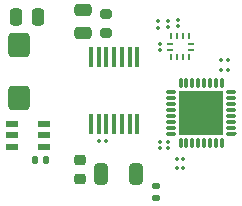
<source format=gbp>
%TF.GenerationSoftware,KiCad,Pcbnew,9.0.4*%
%TF.CreationDate,2025-10-05T00:28:02-04:00*%
%TF.ProjectId,bldc motor controller,626c6463-206d-46f7-946f-7220636f6e74,rev?*%
%TF.SameCoordinates,Original*%
%TF.FileFunction,Paste,Bot*%
%TF.FilePolarity,Positive*%
%FSLAX46Y46*%
G04 Gerber Fmt 4.6, Leading zero omitted, Abs format (unit mm)*
G04 Created by KiCad (PCBNEW 9.0.4) date 2025-10-05 00:28:02*
%MOMM*%
%LPD*%
G01*
G04 APERTURE LIST*
G04 Aperture macros list*
%AMRoundRect*
0 Rectangle with rounded corners*
0 $1 Rounding radius*
0 $2 $3 $4 $5 $6 $7 $8 $9 X,Y pos of 4 corners*
0 Add a 4 corners polygon primitive as box body*
4,1,4,$2,$3,$4,$5,$6,$7,$8,$9,$2,$3,0*
0 Add four circle primitives for the rounded corners*
1,1,$1+$1,$2,$3*
1,1,$1+$1,$4,$5*
1,1,$1+$1,$6,$7*
1,1,$1+$1,$8,$9*
0 Add four rect primitives between the rounded corners*
20,1,$1+$1,$2,$3,$4,$5,0*
20,1,$1+$1,$4,$5,$6,$7,0*
20,1,$1+$1,$6,$7,$8,$9,0*
20,1,$1+$1,$8,$9,$2,$3,0*%
G04 Aperture macros list end*
%ADD10C,0.000000*%
%ADD11RoundRect,0.067500X0.067500X0.067500X-0.067500X0.067500X-0.067500X-0.067500X0.067500X-0.067500X0*%
%ADD12RoundRect,0.067500X-0.067500X-0.067500X0.067500X-0.067500X0.067500X0.067500X-0.067500X0.067500X0*%
%ADD13RoundRect,0.200000X0.275000X-0.200000X0.275000X0.200000X-0.275000X0.200000X-0.275000X-0.200000X0*%
%ADD14RoundRect,0.067500X0.067500X-0.067500X0.067500X0.067500X-0.067500X0.067500X-0.067500X-0.067500X0*%
%ADD15RoundRect,0.250000X-0.475000X0.250000X-0.475000X-0.250000X0.475000X-0.250000X0.475000X0.250000X0*%
%ADD16RoundRect,0.067500X-0.067500X0.067500X-0.067500X-0.067500X0.067500X-0.067500X0.067500X0.067500X0*%
%ADD17RoundRect,0.225000X0.250000X-0.225000X0.250000X0.225000X-0.250000X0.225000X-0.250000X-0.225000X0*%
%ADD18RoundRect,0.140000X0.140000X0.170000X-0.140000X0.170000X-0.140000X-0.170000X0.140000X-0.170000X0*%
%ADD19RoundRect,0.250000X-0.250000X-0.475000X0.250000X-0.475000X0.250000X0.475000X-0.250000X0.475000X0*%
%ADD20R,0.400000X1.700000*%
%ADD21O,0.900000X0.280000*%
%ADD22O,0.280000X0.900000*%
%ADD23R,3.700000X3.700000*%
%ADD24RoundRect,0.250000X0.650000X-0.750000X0.650000X0.750000X-0.650000X0.750000X-0.650000X-0.750000X0*%
%ADD25R,0.280000X0.500000*%
%ADD26R,0.500000X0.280000*%
%ADD27RoundRect,0.140000X0.170000X-0.140000X0.170000X0.140000X-0.170000X0.140000X-0.170000X-0.140000X0*%
%ADD28RoundRect,0.250000X-0.325000X-0.650000X0.325000X-0.650000X0.325000X0.650000X-0.325000X0.650000X0*%
%ADD29R,1.100000X0.600000*%
G04 APERTURE END LIST*
D10*
%TO.C,U3*%
G36*
X151300000Y-91400000D02*
G01*
X148300000Y-91400000D01*
X148300000Y-88400000D01*
X151300000Y-88400000D01*
X151300000Y-91400000D01*
G37*
G36*
X147560000Y-88010000D02*
G01*
X147560000Y-88010000D01*
G75*
G02*
X147560000Y-88290000I0J-140000D01*
G01*
X146940000Y-88290000D01*
G75*
G02*
X146940000Y-88010000I0J140000D01*
G01*
X147560000Y-88010000D01*
G37*
G36*
X147560000Y-88510000D02*
G01*
X147560000Y-88510000D01*
G75*
G02*
X147560000Y-88790000I0J-140000D01*
G01*
X146940000Y-88790000D01*
G75*
G02*
X146940000Y-88510000I0J140000D01*
G01*
X147560000Y-88510000D01*
G37*
G36*
X147560000Y-89010500D02*
G01*
X147560000Y-89010500D01*
G75*
G02*
X147560000Y-89290500I0J-140000D01*
G01*
X146940000Y-89290500D01*
G75*
G02*
X146940000Y-89010500I0J140000D01*
G01*
X147560000Y-89010500D01*
G37*
G36*
X147560000Y-89511000D02*
G01*
X147560000Y-89511000D01*
G75*
G02*
X147560000Y-89791000I0J-140000D01*
G01*
X146940000Y-89791000D01*
G75*
G02*
X146940000Y-89511000I0J140000D01*
G01*
X147560000Y-89511000D01*
G37*
G36*
X147560000Y-90009000D02*
G01*
X147560000Y-90009000D01*
G75*
G02*
X147560000Y-90289000I0J-140000D01*
G01*
X146940000Y-90289000D01*
G75*
G02*
X146940000Y-90009000I0J140000D01*
G01*
X147560000Y-90009000D01*
G37*
G36*
X147560000Y-90509000D02*
G01*
X147560000Y-90509000D01*
G75*
G02*
X147560000Y-90789000I0J-140000D01*
G01*
X146940000Y-90789000D01*
G75*
G02*
X146940000Y-90509000I0J140000D01*
G01*
X147560000Y-90509000D01*
G37*
G36*
X147560000Y-91009500D02*
G01*
X147560000Y-91009500D01*
G75*
G02*
X147560000Y-91289500I0J-140000D01*
G01*
X146940000Y-91289500D01*
G75*
G02*
X146940000Y-91009500I0J140000D01*
G01*
X147560000Y-91009500D01*
G37*
G36*
X147560000Y-91510000D02*
G01*
X147560000Y-91510000D01*
G75*
G02*
X147560000Y-91790000I0J-140000D01*
G01*
X146940000Y-91790000D01*
G75*
G02*
X146940000Y-91510000I0J140000D01*
G01*
X147560000Y-91510000D01*
G37*
G36*
X147910000Y-87040000D02*
G01*
X147910000Y-87040000D01*
G75*
G02*
X148190000Y-87040000I140000J0D01*
G01*
X148190000Y-87659500D01*
G75*
G02*
X147910000Y-87659500I-140000J0D01*
G01*
X147910000Y-87040000D01*
G37*
G36*
X147910000Y-92140000D02*
G01*
X147910000Y-92140000D01*
G75*
G02*
X148190000Y-92140000I140000J0D01*
G01*
X148190000Y-92760000D01*
G75*
G02*
X147910000Y-92760000I-140000J0D01*
G01*
X147910000Y-92140000D01*
G37*
G36*
X148410000Y-87040000D02*
G01*
X148410000Y-87040000D01*
G75*
G02*
X148690000Y-87040000I140000J0D01*
G01*
X148690000Y-87659500D01*
G75*
G02*
X148410000Y-87659500I-140000J0D01*
G01*
X148410000Y-87040000D01*
G37*
G36*
X148410000Y-92140000D02*
G01*
X148410000Y-92140000D01*
G75*
G02*
X148690000Y-92140000I140000J0D01*
G01*
X148690000Y-92760000D01*
G75*
G02*
X148410000Y-92760000I-140000J0D01*
G01*
X148410000Y-92140000D01*
G37*
G36*
X148910500Y-87040000D02*
G01*
X148910500Y-87040000D01*
G75*
G02*
X149190500Y-87040000I140000J0D01*
G01*
X149190500Y-87659500D01*
G75*
G02*
X148910500Y-87659500I-140000J0D01*
G01*
X148910500Y-87040000D01*
G37*
G36*
X148910500Y-92140000D02*
G01*
X148910500Y-92140000D01*
G75*
G02*
X149190500Y-92140000I140000J0D01*
G01*
X149190500Y-92760000D01*
G75*
G02*
X148910500Y-92760000I-140000J0D01*
G01*
X148910500Y-92140000D01*
G37*
G36*
X149411000Y-87040000D02*
G01*
X149411000Y-87040000D01*
G75*
G02*
X149691000Y-87040000I140000J0D01*
G01*
X149691000Y-87659500D01*
G75*
G02*
X149411000Y-87659500I-140000J0D01*
G01*
X149411000Y-87040000D01*
G37*
G36*
X149411000Y-92140000D02*
G01*
X149411000Y-92140000D01*
G75*
G02*
X149691000Y-92140000I140000J0D01*
G01*
X149691000Y-92760000D01*
G75*
G02*
X149411000Y-92760000I-140000J0D01*
G01*
X149411000Y-92140000D01*
G37*
G36*
X149909000Y-87040000D02*
G01*
X149909000Y-87040000D01*
G75*
G02*
X150189000Y-87040000I140000J0D01*
G01*
X150189000Y-87659500D01*
G75*
G02*
X149909000Y-87659500I-140000J0D01*
G01*
X149909000Y-87040000D01*
G37*
G36*
X149909000Y-92140000D02*
G01*
X149909000Y-92140000D01*
G75*
G02*
X150189000Y-92140000I140000J0D01*
G01*
X150189000Y-92760000D01*
G75*
G02*
X149909000Y-92760000I-140000J0D01*
G01*
X149909000Y-92140000D01*
G37*
G36*
X150409000Y-87040000D02*
G01*
X150409000Y-87040000D01*
G75*
G02*
X150689000Y-87040000I140000J0D01*
G01*
X150689000Y-87659500D01*
G75*
G02*
X150409000Y-87659500I-140000J0D01*
G01*
X150409000Y-87040000D01*
G37*
G36*
X150409000Y-92140000D02*
G01*
X150409000Y-92140000D01*
G75*
G02*
X150689000Y-92140000I140000J0D01*
G01*
X150689000Y-92760000D01*
G75*
G02*
X150409000Y-92760000I-140000J0D01*
G01*
X150409000Y-92140000D01*
G37*
G36*
X150909500Y-87040000D02*
G01*
X150909500Y-87040000D01*
G75*
G02*
X151189500Y-87040000I140000J0D01*
G01*
X151189500Y-87659500D01*
G75*
G02*
X150909500Y-87659500I-140000J0D01*
G01*
X150909500Y-87040000D01*
G37*
G36*
X150909500Y-92140000D02*
G01*
X150909500Y-92140000D01*
G75*
G02*
X151189500Y-92140000I140000J0D01*
G01*
X151189500Y-92760000D01*
G75*
G02*
X150909500Y-92760000I-140000J0D01*
G01*
X150909500Y-92140000D01*
G37*
G36*
X151410000Y-87040000D02*
G01*
X151410000Y-87040000D01*
G75*
G02*
X151690000Y-87040000I140000J0D01*
G01*
X151690000Y-87659500D01*
G75*
G02*
X151410000Y-87659500I-140000J0D01*
G01*
X151410000Y-87040000D01*
G37*
G36*
X151410000Y-92140000D02*
G01*
X151410000Y-92140000D01*
G75*
G02*
X151690000Y-92140000I140000J0D01*
G01*
X151690000Y-92760000D01*
G75*
G02*
X151410000Y-92760000I-140000J0D01*
G01*
X151410000Y-92140000D01*
G37*
G36*
X152660000Y-88010000D02*
G01*
X152660000Y-88010000D01*
G75*
G02*
X152660000Y-88290000I0J-140000D01*
G01*
X152040000Y-88290000D01*
G75*
G02*
X152040000Y-88010000I0J140000D01*
G01*
X152660000Y-88010000D01*
G37*
G36*
X152660000Y-88510000D02*
G01*
X152660000Y-88510000D01*
G75*
G02*
X152660000Y-88790000I0J-140000D01*
G01*
X152040000Y-88790000D01*
G75*
G02*
X152040000Y-88510000I0J140000D01*
G01*
X152660000Y-88510000D01*
G37*
G36*
X152660000Y-89010500D02*
G01*
X152660000Y-89010500D01*
G75*
G02*
X152660000Y-89290500I0J-140000D01*
G01*
X152040000Y-89290500D01*
G75*
G02*
X152040000Y-89010500I0J140000D01*
G01*
X152660000Y-89010500D01*
G37*
G36*
X152660000Y-89511000D02*
G01*
X152660000Y-89511000D01*
G75*
G02*
X152660000Y-89791000I0J-140000D01*
G01*
X152040000Y-89791000D01*
G75*
G02*
X152040000Y-89511000I0J140000D01*
G01*
X152660000Y-89511000D01*
G37*
G36*
X152660000Y-90009000D02*
G01*
X152660000Y-90009000D01*
G75*
G02*
X152660000Y-90289000I0J-140000D01*
G01*
X152040000Y-90289000D01*
G75*
G02*
X152040000Y-90009000I0J140000D01*
G01*
X152660000Y-90009000D01*
G37*
G36*
X152660000Y-90509000D02*
G01*
X152660000Y-90509000D01*
G75*
G02*
X152660000Y-90789000I0J-140000D01*
G01*
X152040000Y-90789000D01*
G75*
G02*
X152040000Y-90509000I0J140000D01*
G01*
X152660000Y-90509000D01*
G37*
G36*
X152660000Y-91009500D02*
G01*
X152660000Y-91009500D01*
G75*
G02*
X152660000Y-91289500I0J-140000D01*
G01*
X152040000Y-91289500D01*
G75*
G02*
X152040000Y-91009500I0J140000D01*
G01*
X152660000Y-91009500D01*
G37*
G36*
X152660000Y-91510000D02*
G01*
X152660000Y-91510000D01*
G75*
G02*
X152660000Y-91790000I0J-140000D01*
G01*
X152040000Y-91790000D01*
G75*
G02*
X152040000Y-91510000I0J140000D01*
G01*
X152660000Y-91510000D01*
G37*
%TD*%
D11*
%TO.C,C12*%
X148280514Y-94595514D03*
X147730514Y-94595514D03*
%TD*%
%TO.C,C19*%
X141720620Y-92300000D03*
X141170620Y-92300000D03*
%TD*%
D12*
%TO.C,C16*%
X151475000Y-86250000D03*
X152025000Y-86250000D03*
%TD*%
D13*
%TO.C,R6*%
X141700000Y-83150000D03*
X141700000Y-81500000D03*
%TD*%
D14*
%TO.C,C20*%
X146325000Y-84575000D03*
X146325000Y-84025000D03*
%TD*%
D15*
%TO.C,R1*%
X139800000Y-81200000D03*
X139800000Y-83100000D03*
%TD*%
D14*
%TO.C,C15*%
X147005514Y-92870514D03*
X147005514Y-92320514D03*
%TD*%
D16*
%TO.C,C21*%
X146150000Y-82125000D03*
X146150000Y-82675000D03*
%TD*%
D14*
%TO.C,C14*%
X146305514Y-92870514D03*
X146305514Y-92320514D03*
%TD*%
D17*
%TO.C,C9*%
X139550000Y-95450000D03*
X139550000Y-93900000D03*
%TD*%
D18*
%TO.C,C11*%
X136680000Y-93900000D03*
X135720000Y-93900000D03*
%TD*%
D19*
%TO.C,C2*%
X134100000Y-81800000D03*
X136000000Y-81800000D03*
%TD*%
D16*
%TO.C,C22*%
X146950000Y-82075000D03*
X146950000Y-82625000D03*
%TD*%
D20*
%TO.C,U5*%
X140475620Y-85200000D03*
X141125620Y-85200000D03*
X141775620Y-85200000D03*
X142425620Y-85200000D03*
X143075620Y-85200000D03*
X143725620Y-85200000D03*
X144375620Y-85200000D03*
X144375620Y-90800000D03*
X143725620Y-90800000D03*
X143075620Y-90800000D03*
X142425620Y-90800000D03*
X141775620Y-90800000D03*
X141125620Y-90800000D03*
X140475620Y-90800000D03*
%TD*%
D21*
%TO.C,U3*%
X152350000Y-88150000D03*
X152350000Y-88650000D03*
X152350000Y-89150000D03*
X152350000Y-89650000D03*
X152350000Y-90150000D03*
X152350000Y-90650000D03*
X152350000Y-91150000D03*
X152350000Y-91650000D03*
D22*
X151550000Y-92450000D03*
X151050000Y-92450000D03*
X150550000Y-92450000D03*
X150050000Y-92450000D03*
X149550000Y-92450000D03*
X149050000Y-92450000D03*
X148550000Y-92450000D03*
X148050000Y-92450000D03*
D21*
X147250000Y-91650000D03*
X147250000Y-91150000D03*
X147250000Y-90650000D03*
X147250000Y-90150000D03*
X147250000Y-89650000D03*
X147250000Y-89150000D03*
X147250000Y-88650000D03*
X147250000Y-88150000D03*
D22*
X148050000Y-87350000D03*
X148550000Y-87350000D03*
X149050000Y-87350000D03*
X149550000Y-87350000D03*
X150050000Y-87350000D03*
X150550000Y-87350000D03*
X151050000Y-87350000D03*
X151550000Y-87350000D03*
D23*
X149800000Y-89900000D03*
%TD*%
D24*
%TO.C,L1*%
X134350000Y-88650000D03*
X134350000Y-84150000D03*
%TD*%
D25*
%TO.C,U6*%
X148775000Y-85175000D03*
X148275000Y-85175000D03*
X147775000Y-85175000D03*
X147275000Y-85175000D03*
D26*
X147150000Y-84550000D03*
X147150000Y-84050000D03*
D25*
X147275000Y-83425000D03*
X147775000Y-83425000D03*
X148275000Y-83425000D03*
X148775000Y-83425000D03*
D26*
X148900000Y-84050000D03*
X148900000Y-84550000D03*
%TD*%
D27*
%TO.C,C8*%
X146000000Y-97080000D03*
X146000000Y-96120000D03*
%TD*%
D11*
%TO.C,C13*%
X148280514Y-93795514D03*
X147730514Y-93795514D03*
%TD*%
D28*
%TO.C,C1*%
X141325000Y-95100000D03*
X144275000Y-95100000D03*
%TD*%
D12*
%TO.C,C17*%
X151475000Y-85400000D03*
X152025000Y-85400000D03*
%TD*%
D29*
%TO.C,U4*%
X133800000Y-92750000D03*
X133800000Y-91800000D03*
X133800000Y-90850000D03*
X136500000Y-90850000D03*
X136500000Y-91800000D03*
X136500000Y-92750000D03*
%TD*%
D16*
%TO.C,C23*%
X147800000Y-82025000D03*
X147800000Y-82575000D03*
%TD*%
M02*

</source>
